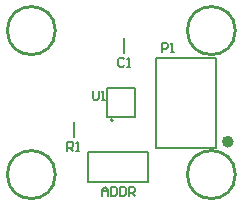
<source format=gto>
G04*
G04 #@! TF.GenerationSoftware,Altium Limited,Altium Designer,19.1.5 (86)*
G04*
G04 Layer_Color=65535*
%FSLAX25Y25*%
%MOIN*%
G70*
G01*
G75*
%ADD10C,0.01000*%
%ADD11C,0.01968*%
%ADD12C,0.00787*%
%ADD13C,0.00500*%
D10*
X18000Y10000D02*
G03*
X18000Y10000I-8000J0D01*
G01*
Y58000D02*
G03*
X18000Y58000I-8000J0D01*
G01*
X78000D02*
G03*
X78000Y58000I-8000J0D01*
G01*
Y10000D02*
G03*
X78000Y10000I-8000J0D01*
G01*
D11*
X76501Y20999D02*
G03*
X76501Y20999I-1001J0D01*
G01*
D12*
X37244Y28095D02*
G03*
X37244Y28095I-394J0D01*
G01*
X29000Y7500D02*
X49000D01*
Y17500D01*
X29000D02*
X49000D01*
X29000Y7500D02*
Y17500D01*
X71500Y29833D02*
Y49000D01*
Y19000D02*
Y49000D01*
X51500Y19000D02*
Y49000D01*
Y19000D02*
X71500D01*
X51500Y49000D02*
X71500D01*
X24154Y22500D02*
Y27500D01*
X40740Y50500D02*
Y55500D01*
D13*
X35276Y29197D02*
X44724D01*
X35276D02*
Y38803D01*
X44724D01*
Y29197D02*
Y38803D01*
X33500Y3000D02*
Y4999D01*
X34500Y5999D01*
X35499Y4999D01*
Y3000D01*
Y4499D01*
X33500D01*
X36499Y5999D02*
Y3000D01*
X37999D01*
X38498Y3500D01*
Y5499D01*
X37999Y5999D01*
X36499D01*
X39498D02*
Y3000D01*
X40998D01*
X41497Y3500D01*
Y5499D01*
X40998Y5999D01*
X39498D01*
X42497Y3000D02*
Y5999D01*
X43997D01*
X44496Y5499D01*
Y4499D01*
X43997Y4000D01*
X42497D01*
X43497D02*
X44496Y3000D01*
X53500Y51000D02*
Y53999D01*
X55000D01*
X55499Y53499D01*
Y52500D01*
X55000Y52000D01*
X53500D01*
X56499Y51000D02*
X57499D01*
X56999D01*
Y53999D01*
X56499Y53499D01*
X22000Y18000D02*
Y20999D01*
X23499D01*
X23999Y20499D01*
Y19500D01*
X23499Y19000D01*
X22000D01*
X23000D02*
X23999Y18000D01*
X24999D02*
X25999D01*
X25499D01*
Y20999D01*
X24999Y20499D01*
X40999Y48499D02*
X40499Y48999D01*
X39500D01*
X39000Y48499D01*
Y46500D01*
X39500Y46000D01*
X40499D01*
X40999Y46500D01*
X41999Y46000D02*
X42999D01*
X42499D01*
Y48999D01*
X41999Y48499D01*
X30500Y37999D02*
Y35500D01*
X31000Y35000D01*
X31999D01*
X32499Y35500D01*
Y37999D01*
X33499Y35000D02*
X34499D01*
X33999D01*
Y37999D01*
X33499Y37499D01*
M02*

</source>
